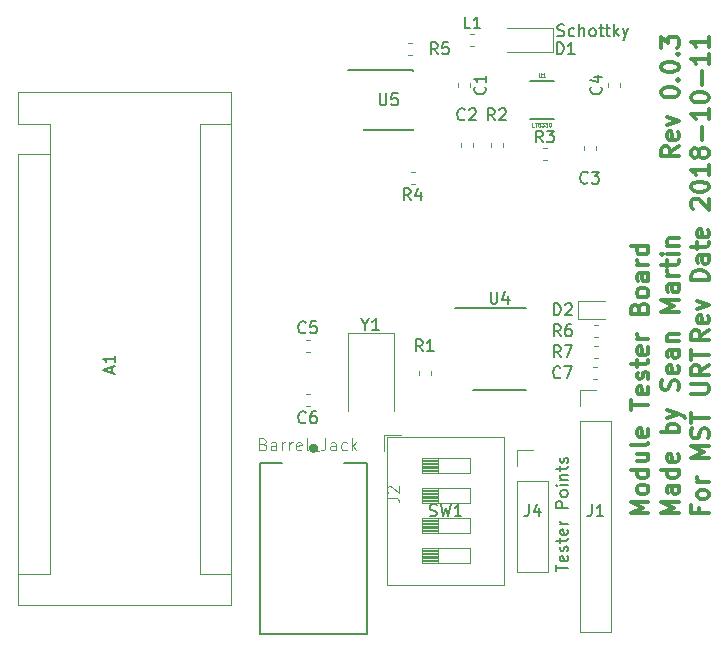
<source format=gbr>
G04 #@! TF.GenerationSoftware,KiCad,Pcbnew,(5.0.0)*
G04 #@! TF.CreationDate,2018-10-14T14:09:40-05:00*
G04 #@! TF.ProjectId,module-tester-board,6D6F64756C652D7465737465722D626F,rev?*
G04 #@! TF.SameCoordinates,Original*
G04 #@! TF.FileFunction,Legend,Top*
G04 #@! TF.FilePolarity,Positive*
%FSLAX46Y46*%
G04 Gerber Fmt 4.6, Leading zero omitted, Abs format (unit mm)*
G04 Created by KiCad (PCBNEW (5.0.0)) date 10/14/18 14:09:40*
%MOMM*%
%LPD*%
G01*
G04 APERTURE LIST*
%ADD10C,0.300000*%
%ADD11C,0.120000*%
%ADD12C,0.127000*%
%ADD13C,0.400000*%
%ADD14C,0.152400*%
%ADD15C,0.150000*%
%ADD16C,0.050000*%
G04 APERTURE END LIST*
D10*
X182537571Y-78092428D02*
X181823285Y-78592428D01*
X182537571Y-78949571D02*
X181037571Y-78949571D01*
X181037571Y-78378142D01*
X181109000Y-78235285D01*
X181180428Y-78163857D01*
X181323285Y-78092428D01*
X181537571Y-78092428D01*
X181680428Y-78163857D01*
X181751857Y-78235285D01*
X181823285Y-78378142D01*
X181823285Y-78949571D01*
X182466142Y-76878142D02*
X182537571Y-77021000D01*
X182537571Y-77306714D01*
X182466142Y-77449571D01*
X182323285Y-77521000D01*
X181751857Y-77521000D01*
X181609000Y-77449571D01*
X181537571Y-77306714D01*
X181537571Y-77021000D01*
X181609000Y-76878142D01*
X181751857Y-76806714D01*
X181894714Y-76806714D01*
X182037571Y-77521000D01*
X181537571Y-76306714D02*
X182537571Y-75949571D01*
X181537571Y-75592428D01*
X181037571Y-73592428D02*
X181037571Y-73449571D01*
X181109000Y-73306714D01*
X181180428Y-73235285D01*
X181323285Y-73163857D01*
X181609000Y-73092428D01*
X181966142Y-73092428D01*
X182251857Y-73163857D01*
X182394714Y-73235285D01*
X182466142Y-73306714D01*
X182537571Y-73449571D01*
X182537571Y-73592428D01*
X182466142Y-73735285D01*
X182394714Y-73806714D01*
X182251857Y-73878142D01*
X181966142Y-73949571D01*
X181609000Y-73949571D01*
X181323285Y-73878142D01*
X181180428Y-73806714D01*
X181109000Y-73735285D01*
X181037571Y-73592428D01*
X182394714Y-72449571D02*
X182466142Y-72378142D01*
X182537571Y-72449571D01*
X182466142Y-72521000D01*
X182394714Y-72449571D01*
X182537571Y-72449571D01*
X181037571Y-71449571D02*
X181037571Y-71306714D01*
X181109000Y-71163857D01*
X181180428Y-71092428D01*
X181323285Y-71021000D01*
X181609000Y-70949571D01*
X181966142Y-70949571D01*
X182251857Y-71021000D01*
X182394714Y-71092428D01*
X182466142Y-71163857D01*
X182537571Y-71306714D01*
X182537571Y-71449571D01*
X182466142Y-71592428D01*
X182394714Y-71663857D01*
X182251857Y-71735285D01*
X181966142Y-71806714D01*
X181609000Y-71806714D01*
X181323285Y-71735285D01*
X181180428Y-71663857D01*
X181109000Y-71592428D01*
X181037571Y-71449571D01*
X182394714Y-70306714D02*
X182466142Y-70235285D01*
X182537571Y-70306714D01*
X182466142Y-70378142D01*
X182394714Y-70306714D01*
X182537571Y-70306714D01*
X181037571Y-69735285D02*
X181037571Y-68806714D01*
X181609000Y-69306714D01*
X181609000Y-69092428D01*
X181680428Y-68949571D01*
X181751857Y-68878142D01*
X181894714Y-68806714D01*
X182251857Y-68806714D01*
X182394714Y-68878142D01*
X182466142Y-68949571D01*
X182537571Y-69092428D01*
X182537571Y-69521000D01*
X182466142Y-69663857D01*
X182394714Y-69735285D01*
X185087571Y-93663857D02*
X184373285Y-94163857D01*
X185087571Y-94521000D02*
X183587571Y-94521000D01*
X183587571Y-93949571D01*
X183659000Y-93806714D01*
X183730428Y-93735285D01*
X183873285Y-93663857D01*
X184087571Y-93663857D01*
X184230428Y-93735285D01*
X184301857Y-93806714D01*
X184373285Y-93949571D01*
X184373285Y-94521000D01*
X185016142Y-92449571D02*
X185087571Y-92592428D01*
X185087571Y-92878142D01*
X185016142Y-93021000D01*
X184873285Y-93092428D01*
X184301857Y-93092428D01*
X184159000Y-93021000D01*
X184087571Y-92878142D01*
X184087571Y-92592428D01*
X184159000Y-92449571D01*
X184301857Y-92378142D01*
X184444714Y-92378142D01*
X184587571Y-93092428D01*
X184087571Y-91878142D02*
X185087571Y-91521000D01*
X184087571Y-91163857D01*
X185087571Y-89449571D02*
X183587571Y-89449571D01*
X183587571Y-89092428D01*
X183659000Y-88878142D01*
X183801857Y-88735285D01*
X183944714Y-88663857D01*
X184230428Y-88592428D01*
X184444714Y-88592428D01*
X184730428Y-88663857D01*
X184873285Y-88735285D01*
X185016142Y-88878142D01*
X185087571Y-89092428D01*
X185087571Y-89449571D01*
X185087571Y-87306714D02*
X184301857Y-87306714D01*
X184159000Y-87378142D01*
X184087571Y-87521000D01*
X184087571Y-87806714D01*
X184159000Y-87949571D01*
X185016142Y-87306714D02*
X185087571Y-87449571D01*
X185087571Y-87806714D01*
X185016142Y-87949571D01*
X184873285Y-88021000D01*
X184730428Y-88021000D01*
X184587571Y-87949571D01*
X184516142Y-87806714D01*
X184516142Y-87449571D01*
X184444714Y-87306714D01*
X184087571Y-86806714D02*
X184087571Y-86235285D01*
X183587571Y-86592428D02*
X184873285Y-86592428D01*
X185016142Y-86521000D01*
X185087571Y-86378142D01*
X185087571Y-86235285D01*
X185016142Y-85163857D02*
X185087571Y-85306714D01*
X185087571Y-85592428D01*
X185016142Y-85735285D01*
X184873285Y-85806714D01*
X184301857Y-85806714D01*
X184159000Y-85735285D01*
X184087571Y-85592428D01*
X184087571Y-85306714D01*
X184159000Y-85163857D01*
X184301857Y-85092428D01*
X184444714Y-85092428D01*
X184587571Y-85806714D01*
X183730428Y-83378142D02*
X183659000Y-83306714D01*
X183587571Y-83163857D01*
X183587571Y-82806714D01*
X183659000Y-82663857D01*
X183730428Y-82592428D01*
X183873285Y-82521000D01*
X184016142Y-82521000D01*
X184230428Y-82592428D01*
X185087571Y-83449571D01*
X185087571Y-82521000D01*
X183587571Y-81592428D02*
X183587571Y-81449571D01*
X183659000Y-81306714D01*
X183730428Y-81235285D01*
X183873285Y-81163857D01*
X184159000Y-81092428D01*
X184516142Y-81092428D01*
X184801857Y-81163857D01*
X184944714Y-81235285D01*
X185016142Y-81306714D01*
X185087571Y-81449571D01*
X185087571Y-81592428D01*
X185016142Y-81735285D01*
X184944714Y-81806714D01*
X184801857Y-81878142D01*
X184516142Y-81949571D01*
X184159000Y-81949571D01*
X183873285Y-81878142D01*
X183730428Y-81806714D01*
X183659000Y-81735285D01*
X183587571Y-81592428D01*
X185087571Y-79663857D02*
X185087571Y-80521000D01*
X185087571Y-80092428D02*
X183587571Y-80092428D01*
X183801857Y-80235285D01*
X183944714Y-80378142D01*
X184016142Y-80521000D01*
X184230428Y-78806714D02*
X184159000Y-78949571D01*
X184087571Y-79021000D01*
X183944714Y-79092428D01*
X183873285Y-79092428D01*
X183730428Y-79021000D01*
X183659000Y-78949571D01*
X183587571Y-78806714D01*
X183587571Y-78521000D01*
X183659000Y-78378142D01*
X183730428Y-78306714D01*
X183873285Y-78235285D01*
X183944714Y-78235285D01*
X184087571Y-78306714D01*
X184159000Y-78378142D01*
X184230428Y-78521000D01*
X184230428Y-78806714D01*
X184301857Y-78949571D01*
X184373285Y-79021000D01*
X184516142Y-79092428D01*
X184801857Y-79092428D01*
X184944714Y-79021000D01*
X185016142Y-78949571D01*
X185087571Y-78806714D01*
X185087571Y-78521000D01*
X185016142Y-78378142D01*
X184944714Y-78306714D01*
X184801857Y-78235285D01*
X184516142Y-78235285D01*
X184373285Y-78306714D01*
X184301857Y-78378142D01*
X184230428Y-78521000D01*
X184516142Y-77592428D02*
X184516142Y-76449571D01*
X185087571Y-74949571D02*
X185087571Y-75806714D01*
X185087571Y-75378142D02*
X183587571Y-75378142D01*
X183801857Y-75521000D01*
X183944714Y-75663857D01*
X184016142Y-75806714D01*
X183587571Y-74021000D02*
X183587571Y-73878142D01*
X183659000Y-73735285D01*
X183730428Y-73663857D01*
X183873285Y-73592428D01*
X184159000Y-73521000D01*
X184516142Y-73521000D01*
X184801857Y-73592428D01*
X184944714Y-73663857D01*
X185016142Y-73735285D01*
X185087571Y-73878142D01*
X185087571Y-74021000D01*
X185016142Y-74163857D01*
X184944714Y-74235285D01*
X184801857Y-74306714D01*
X184516142Y-74378142D01*
X184159000Y-74378142D01*
X183873285Y-74306714D01*
X183730428Y-74235285D01*
X183659000Y-74163857D01*
X183587571Y-74021000D01*
X184516142Y-72878142D02*
X184516142Y-71735285D01*
X185087571Y-70235285D02*
X185087571Y-71092428D01*
X185087571Y-70663857D02*
X183587571Y-70663857D01*
X183801857Y-70806714D01*
X183944714Y-70949571D01*
X184016142Y-71092428D01*
X185087571Y-68806714D02*
X185087571Y-69663857D01*
X185087571Y-69235285D02*
X183587571Y-69235285D01*
X183801857Y-69378142D01*
X183944714Y-69521000D01*
X184016142Y-69663857D01*
X179992571Y-109175857D02*
X178492571Y-109175857D01*
X179564000Y-108675857D01*
X178492571Y-108175857D01*
X179992571Y-108175857D01*
X179992571Y-107247285D02*
X179921142Y-107390142D01*
X179849714Y-107461571D01*
X179706857Y-107533000D01*
X179278285Y-107533000D01*
X179135428Y-107461571D01*
X179064000Y-107390142D01*
X178992571Y-107247285D01*
X178992571Y-107033000D01*
X179064000Y-106890142D01*
X179135428Y-106818714D01*
X179278285Y-106747285D01*
X179706857Y-106747285D01*
X179849714Y-106818714D01*
X179921142Y-106890142D01*
X179992571Y-107033000D01*
X179992571Y-107247285D01*
X179992571Y-105461571D02*
X178492571Y-105461571D01*
X179921142Y-105461571D02*
X179992571Y-105604428D01*
X179992571Y-105890142D01*
X179921142Y-106033000D01*
X179849714Y-106104428D01*
X179706857Y-106175857D01*
X179278285Y-106175857D01*
X179135428Y-106104428D01*
X179064000Y-106033000D01*
X178992571Y-105890142D01*
X178992571Y-105604428D01*
X179064000Y-105461571D01*
X178992571Y-104104428D02*
X179992571Y-104104428D01*
X178992571Y-104747285D02*
X179778285Y-104747285D01*
X179921142Y-104675857D01*
X179992571Y-104533000D01*
X179992571Y-104318714D01*
X179921142Y-104175857D01*
X179849714Y-104104428D01*
X179992571Y-103175857D02*
X179921142Y-103318714D01*
X179778285Y-103390142D01*
X178492571Y-103390142D01*
X179921142Y-102033000D02*
X179992571Y-102175857D01*
X179992571Y-102461571D01*
X179921142Y-102604428D01*
X179778285Y-102675857D01*
X179206857Y-102675857D01*
X179064000Y-102604428D01*
X178992571Y-102461571D01*
X178992571Y-102175857D01*
X179064000Y-102033000D01*
X179206857Y-101961571D01*
X179349714Y-101961571D01*
X179492571Y-102675857D01*
X178492571Y-100390142D02*
X178492571Y-99533000D01*
X179992571Y-99961571D02*
X178492571Y-99961571D01*
X179921142Y-98461571D02*
X179992571Y-98604428D01*
X179992571Y-98890142D01*
X179921142Y-99033000D01*
X179778285Y-99104428D01*
X179206857Y-99104428D01*
X179064000Y-99033000D01*
X178992571Y-98890142D01*
X178992571Y-98604428D01*
X179064000Y-98461571D01*
X179206857Y-98390142D01*
X179349714Y-98390142D01*
X179492571Y-99104428D01*
X179921142Y-97818714D02*
X179992571Y-97675857D01*
X179992571Y-97390142D01*
X179921142Y-97247285D01*
X179778285Y-97175857D01*
X179706857Y-97175857D01*
X179564000Y-97247285D01*
X179492571Y-97390142D01*
X179492571Y-97604428D01*
X179421142Y-97747285D01*
X179278285Y-97818714D01*
X179206857Y-97818714D01*
X179064000Y-97747285D01*
X178992571Y-97604428D01*
X178992571Y-97390142D01*
X179064000Y-97247285D01*
X178992571Y-96747285D02*
X178992571Y-96175857D01*
X178492571Y-96533000D02*
X179778285Y-96533000D01*
X179921142Y-96461571D01*
X179992571Y-96318714D01*
X179992571Y-96175857D01*
X179921142Y-95104428D02*
X179992571Y-95247285D01*
X179992571Y-95533000D01*
X179921142Y-95675857D01*
X179778285Y-95747285D01*
X179206857Y-95747285D01*
X179064000Y-95675857D01*
X178992571Y-95533000D01*
X178992571Y-95247285D01*
X179064000Y-95104428D01*
X179206857Y-95033000D01*
X179349714Y-95033000D01*
X179492571Y-95747285D01*
X179992571Y-94390142D02*
X178992571Y-94390142D01*
X179278285Y-94390142D02*
X179135428Y-94318714D01*
X179064000Y-94247285D01*
X178992571Y-94104428D01*
X178992571Y-93961571D01*
X179206857Y-91818714D02*
X179278285Y-91604428D01*
X179349714Y-91533000D01*
X179492571Y-91461571D01*
X179706857Y-91461571D01*
X179849714Y-91533000D01*
X179921142Y-91604428D01*
X179992571Y-91747285D01*
X179992571Y-92318714D01*
X178492571Y-92318714D01*
X178492571Y-91818714D01*
X178564000Y-91675857D01*
X178635428Y-91604428D01*
X178778285Y-91533000D01*
X178921142Y-91533000D01*
X179064000Y-91604428D01*
X179135428Y-91675857D01*
X179206857Y-91818714D01*
X179206857Y-92318714D01*
X179992571Y-90604428D02*
X179921142Y-90747285D01*
X179849714Y-90818714D01*
X179706857Y-90890142D01*
X179278285Y-90890142D01*
X179135428Y-90818714D01*
X179064000Y-90747285D01*
X178992571Y-90604428D01*
X178992571Y-90390142D01*
X179064000Y-90247285D01*
X179135428Y-90175857D01*
X179278285Y-90104428D01*
X179706857Y-90104428D01*
X179849714Y-90175857D01*
X179921142Y-90247285D01*
X179992571Y-90390142D01*
X179992571Y-90604428D01*
X179992571Y-88818714D02*
X179206857Y-88818714D01*
X179064000Y-88890142D01*
X178992571Y-89033000D01*
X178992571Y-89318714D01*
X179064000Y-89461571D01*
X179921142Y-88818714D02*
X179992571Y-88961571D01*
X179992571Y-89318714D01*
X179921142Y-89461571D01*
X179778285Y-89533000D01*
X179635428Y-89533000D01*
X179492571Y-89461571D01*
X179421142Y-89318714D01*
X179421142Y-88961571D01*
X179349714Y-88818714D01*
X179992571Y-88104428D02*
X178992571Y-88104428D01*
X179278285Y-88104428D02*
X179135428Y-88033000D01*
X179064000Y-87961571D01*
X178992571Y-87818714D01*
X178992571Y-87675857D01*
X179992571Y-86533000D02*
X178492571Y-86533000D01*
X179921142Y-86533000D02*
X179992571Y-86675857D01*
X179992571Y-86961571D01*
X179921142Y-87104428D01*
X179849714Y-87175857D01*
X179706857Y-87247285D01*
X179278285Y-87247285D01*
X179135428Y-87175857D01*
X179064000Y-87104428D01*
X178992571Y-86961571D01*
X178992571Y-86675857D01*
X179064000Y-86533000D01*
X182542571Y-109175857D02*
X181042571Y-109175857D01*
X182114000Y-108675857D01*
X181042571Y-108175857D01*
X182542571Y-108175857D01*
X182542571Y-106818714D02*
X181756857Y-106818714D01*
X181614000Y-106890142D01*
X181542571Y-107033000D01*
X181542571Y-107318714D01*
X181614000Y-107461571D01*
X182471142Y-106818714D02*
X182542571Y-106961571D01*
X182542571Y-107318714D01*
X182471142Y-107461571D01*
X182328285Y-107533000D01*
X182185428Y-107533000D01*
X182042571Y-107461571D01*
X181971142Y-107318714D01*
X181971142Y-106961571D01*
X181899714Y-106818714D01*
X182542571Y-105461571D02*
X181042571Y-105461571D01*
X182471142Y-105461571D02*
X182542571Y-105604428D01*
X182542571Y-105890142D01*
X182471142Y-106033000D01*
X182399714Y-106104428D01*
X182256857Y-106175857D01*
X181828285Y-106175857D01*
X181685428Y-106104428D01*
X181614000Y-106033000D01*
X181542571Y-105890142D01*
X181542571Y-105604428D01*
X181614000Y-105461571D01*
X182471142Y-104175857D02*
X182542571Y-104318714D01*
X182542571Y-104604428D01*
X182471142Y-104747285D01*
X182328285Y-104818714D01*
X181756857Y-104818714D01*
X181614000Y-104747285D01*
X181542571Y-104604428D01*
X181542571Y-104318714D01*
X181614000Y-104175857D01*
X181756857Y-104104428D01*
X181899714Y-104104428D01*
X182042571Y-104818714D01*
X182542571Y-102318714D02*
X181042571Y-102318714D01*
X181614000Y-102318714D02*
X181542571Y-102175857D01*
X181542571Y-101890142D01*
X181614000Y-101747285D01*
X181685428Y-101675857D01*
X181828285Y-101604428D01*
X182256857Y-101604428D01*
X182399714Y-101675857D01*
X182471142Y-101747285D01*
X182542571Y-101890142D01*
X182542571Y-102175857D01*
X182471142Y-102318714D01*
X181542571Y-101104428D02*
X182542571Y-100747285D01*
X181542571Y-100390142D02*
X182542571Y-100747285D01*
X182899714Y-100890142D01*
X182971142Y-100961571D01*
X183042571Y-101104428D01*
X182471142Y-98747285D02*
X182542571Y-98533000D01*
X182542571Y-98175857D01*
X182471142Y-98033000D01*
X182399714Y-97961571D01*
X182256857Y-97890142D01*
X182114000Y-97890142D01*
X181971142Y-97961571D01*
X181899714Y-98033000D01*
X181828285Y-98175857D01*
X181756857Y-98461571D01*
X181685428Y-98604428D01*
X181614000Y-98675857D01*
X181471142Y-98747285D01*
X181328285Y-98747285D01*
X181185428Y-98675857D01*
X181114000Y-98604428D01*
X181042571Y-98461571D01*
X181042571Y-98104428D01*
X181114000Y-97890142D01*
X182471142Y-96675857D02*
X182542571Y-96818714D01*
X182542571Y-97104428D01*
X182471142Y-97247285D01*
X182328285Y-97318714D01*
X181756857Y-97318714D01*
X181614000Y-97247285D01*
X181542571Y-97104428D01*
X181542571Y-96818714D01*
X181614000Y-96675857D01*
X181756857Y-96604428D01*
X181899714Y-96604428D01*
X182042571Y-97318714D01*
X182542571Y-95318714D02*
X181756857Y-95318714D01*
X181614000Y-95390142D01*
X181542571Y-95533000D01*
X181542571Y-95818714D01*
X181614000Y-95961571D01*
X182471142Y-95318714D02*
X182542571Y-95461571D01*
X182542571Y-95818714D01*
X182471142Y-95961571D01*
X182328285Y-96033000D01*
X182185428Y-96033000D01*
X182042571Y-95961571D01*
X181971142Y-95818714D01*
X181971142Y-95461571D01*
X181899714Y-95318714D01*
X181542571Y-94604428D02*
X182542571Y-94604428D01*
X181685428Y-94604428D02*
X181614000Y-94533000D01*
X181542571Y-94390142D01*
X181542571Y-94175857D01*
X181614000Y-94033000D01*
X181756857Y-93961571D01*
X182542571Y-93961571D01*
X182542571Y-92104428D02*
X181042571Y-92104428D01*
X182114000Y-91604428D01*
X181042571Y-91104428D01*
X182542571Y-91104428D01*
X182542571Y-89747285D02*
X181756857Y-89747285D01*
X181614000Y-89818714D01*
X181542571Y-89961571D01*
X181542571Y-90247285D01*
X181614000Y-90390142D01*
X182471142Y-89747285D02*
X182542571Y-89890142D01*
X182542571Y-90247285D01*
X182471142Y-90390142D01*
X182328285Y-90461571D01*
X182185428Y-90461571D01*
X182042571Y-90390142D01*
X181971142Y-90247285D01*
X181971142Y-89890142D01*
X181899714Y-89747285D01*
X182542571Y-89033000D02*
X181542571Y-89033000D01*
X181828285Y-89033000D02*
X181685428Y-88961571D01*
X181614000Y-88890142D01*
X181542571Y-88747285D01*
X181542571Y-88604428D01*
X181542571Y-88318714D02*
X181542571Y-87747285D01*
X181042571Y-88104428D02*
X182328285Y-88104428D01*
X182471142Y-88033000D01*
X182542571Y-87890142D01*
X182542571Y-87747285D01*
X182542571Y-87247285D02*
X181542571Y-87247285D01*
X181042571Y-87247285D02*
X181114000Y-87318714D01*
X181185428Y-87247285D01*
X181114000Y-87175857D01*
X181042571Y-87247285D01*
X181185428Y-87247285D01*
X181542571Y-86533000D02*
X182542571Y-86533000D01*
X181685428Y-86533000D02*
X181614000Y-86461571D01*
X181542571Y-86318714D01*
X181542571Y-86104428D01*
X181614000Y-85961571D01*
X181756857Y-85890142D01*
X182542571Y-85890142D01*
X184306857Y-108675857D02*
X184306857Y-109175857D01*
X185092571Y-109175857D02*
X183592571Y-109175857D01*
X183592571Y-108461571D01*
X185092571Y-107675857D02*
X185021142Y-107818714D01*
X184949714Y-107890142D01*
X184806857Y-107961571D01*
X184378285Y-107961571D01*
X184235428Y-107890142D01*
X184164000Y-107818714D01*
X184092571Y-107675857D01*
X184092571Y-107461571D01*
X184164000Y-107318714D01*
X184235428Y-107247285D01*
X184378285Y-107175857D01*
X184806857Y-107175857D01*
X184949714Y-107247285D01*
X185021142Y-107318714D01*
X185092571Y-107461571D01*
X185092571Y-107675857D01*
X185092571Y-106533000D02*
X184092571Y-106533000D01*
X184378285Y-106533000D02*
X184235428Y-106461571D01*
X184164000Y-106390142D01*
X184092571Y-106247285D01*
X184092571Y-106104428D01*
X185092571Y-104461571D02*
X183592571Y-104461571D01*
X184664000Y-103961571D01*
X183592571Y-103461571D01*
X185092571Y-103461571D01*
X185021142Y-102818714D02*
X185092571Y-102604428D01*
X185092571Y-102247285D01*
X185021142Y-102104428D01*
X184949714Y-102033000D01*
X184806857Y-101961571D01*
X184664000Y-101961571D01*
X184521142Y-102033000D01*
X184449714Y-102104428D01*
X184378285Y-102247285D01*
X184306857Y-102533000D01*
X184235428Y-102675857D01*
X184164000Y-102747285D01*
X184021142Y-102818714D01*
X183878285Y-102818714D01*
X183735428Y-102747285D01*
X183664000Y-102675857D01*
X183592571Y-102533000D01*
X183592571Y-102175857D01*
X183664000Y-101961571D01*
X183592571Y-101533000D02*
X183592571Y-100675857D01*
X185092571Y-101104428D02*
X183592571Y-101104428D01*
X183592571Y-99033000D02*
X184806857Y-99033000D01*
X184949714Y-98961571D01*
X185021142Y-98890142D01*
X185092571Y-98747285D01*
X185092571Y-98461571D01*
X185021142Y-98318714D01*
X184949714Y-98247285D01*
X184806857Y-98175857D01*
X183592571Y-98175857D01*
X185092571Y-96604428D02*
X184378285Y-97104428D01*
X185092571Y-97461571D02*
X183592571Y-97461571D01*
X183592571Y-96890142D01*
X183664000Y-96747285D01*
X183735428Y-96675857D01*
X183878285Y-96604428D01*
X184092571Y-96604428D01*
X184235428Y-96675857D01*
X184306857Y-96747285D01*
X184378285Y-96890142D01*
X184378285Y-97461571D01*
X183592571Y-96175857D02*
X183592571Y-95318714D01*
X185092571Y-95747285D02*
X183592571Y-95747285D01*
D11*
G04 #@! TO.C,A1*
X129286000Y-78740000D02*
X129286000Y-76200000D01*
X129286000Y-76200000D02*
X126616000Y-76200000D01*
X126616000Y-78740000D02*
X126616000Y-116970000D01*
X126616000Y-73530000D02*
X126616000Y-76200000D01*
X141986000Y-76200000D02*
X144656000Y-76200000D01*
X141986000Y-76200000D02*
X141986000Y-114300000D01*
X141986000Y-114300000D02*
X144656000Y-114300000D01*
X129286000Y-78740000D02*
X126616000Y-78740000D01*
X129286000Y-78740000D02*
X129286000Y-114300000D01*
X129286000Y-114300000D02*
X126616000Y-114300000D01*
X126616000Y-116970000D02*
X144656000Y-116970000D01*
X144656000Y-116970000D02*
X144656000Y-73530000D01*
X144656000Y-73530000D02*
X126616000Y-73530000D01*
G04 #@! TO.C,C1*
X164848000Y-72735221D02*
X164848000Y-73060779D01*
X163828000Y-72735221D02*
X163828000Y-73060779D01*
G04 #@! TO.C,C2*
X165102000Y-78140779D02*
X165102000Y-77815221D01*
X164082000Y-78140779D02*
X164082000Y-77815221D01*
G04 #@! TO.C,C3*
X175516000Y-78094721D02*
X175516000Y-78420279D01*
X174496000Y-78094721D02*
X174496000Y-78420279D01*
G04 #@! TO.C,C4*
X177548000Y-73060779D02*
X177548000Y-72735221D01*
X176528000Y-73060779D02*
X176528000Y-72735221D01*
G04 #@! TO.C,C5*
X151292779Y-95506000D02*
X150967221Y-95506000D01*
X151292779Y-94486000D02*
X150967221Y-94486000D01*
G04 #@! TO.C,C6*
X150967221Y-99058000D02*
X151292779Y-99058000D01*
X150967221Y-100078000D02*
X151292779Y-100078000D01*
G04 #@! TO.C,C7*
X175651279Y-96772000D02*
X175325721Y-96772000D01*
X175651279Y-97792000D02*
X175325721Y-97792000D01*
G04 #@! TO.C,D1*
X171872000Y-70088000D02*
X171872000Y-68088000D01*
X171872000Y-68088000D02*
X168022000Y-68088000D01*
X171872000Y-70088000D02*
X168022000Y-70088000D01*
G04 #@! TO.C,D2*
X176314000Y-91213000D02*
X174029000Y-91213000D01*
X174029000Y-91213000D02*
X174029000Y-92683000D01*
X174029000Y-92683000D02*
X176314000Y-92683000D01*
G04 #@! TO.C,J1*
X174184000Y-119186000D02*
X176844000Y-119186000D01*
X174184000Y-101346000D02*
X174184000Y-119186000D01*
X176844000Y-101346000D02*
X176844000Y-119186000D01*
X174184000Y-101346000D02*
X176844000Y-101346000D01*
X174184000Y-100076000D02*
X174184000Y-98746000D01*
X174184000Y-98746000D02*
X175514000Y-98746000D01*
D12*
G04 #@! TO.C,J2*
X156138000Y-119364000D02*
X147138000Y-119364000D01*
X147138000Y-119364000D02*
X147138000Y-104864000D01*
X147138000Y-104864000D02*
X148988000Y-104864000D01*
X156138000Y-104864000D02*
X156138000Y-119364000D01*
X154188000Y-104864000D02*
X156138000Y-104864000D01*
D13*
X151838000Y-103664000D02*
G75*
G03X151838000Y-103664000I-200000J0D01*
G01*
D11*
G04 #@! TO.C,J4*
X168850000Y-114106000D02*
X171510000Y-114106000D01*
X168850000Y-106426000D02*
X168850000Y-114106000D01*
X171510000Y-106426000D02*
X171510000Y-114106000D01*
X168850000Y-106426000D02*
X171510000Y-106426000D01*
X168850000Y-105156000D02*
X168850000Y-103826000D01*
X168850000Y-103826000D02*
X170180000Y-103826000D01*
G04 #@! TO.C,L1*
X164911721Y-68578000D02*
X165237279Y-68578000D01*
X164911721Y-69598000D02*
X165237279Y-69598000D01*
G04 #@! TO.C,R1*
X160526000Y-97444779D02*
X160526000Y-97119221D01*
X161546000Y-97444779D02*
X161546000Y-97119221D01*
G04 #@! TO.C,R2*
X167642000Y-78140779D02*
X167642000Y-77815221D01*
X166622000Y-78140779D02*
X166622000Y-77815221D01*
G04 #@! TO.C,R3*
X171033221Y-78230000D02*
X171358779Y-78230000D01*
X171033221Y-79250000D02*
X171358779Y-79250000D01*
G04 #@! TO.C,R4*
X160182779Y-80262000D02*
X159857221Y-80262000D01*
X160182779Y-81282000D02*
X159857221Y-81282000D01*
G04 #@! TO.C,R5*
X159928779Y-70360000D02*
X159603221Y-70360000D01*
X159928779Y-69340000D02*
X159603221Y-69340000D01*
G04 #@! TO.C,R6*
X175351221Y-94236000D02*
X175676779Y-94236000D01*
X175351221Y-93216000D02*
X175676779Y-93216000D01*
G04 #@! TO.C,R7*
X175351221Y-94994000D02*
X175676779Y-94994000D01*
X175351221Y-96014000D02*
X175676779Y-96014000D01*
D14*
G04 #@! TO.C,U1*
X169926000Y-75742800D02*
X171958000Y-75742800D01*
X171958000Y-72593200D02*
X169926000Y-72593200D01*
D15*
G04 #@! TO.C,U4*
X165161000Y-98700000D02*
X169611000Y-98700000D01*
X163636000Y-91800000D02*
X169611000Y-91800000D01*
G04 #@! TO.C,U5*
X155913000Y-71593000D02*
X155913000Y-71643000D01*
X160063000Y-71593000D02*
X160063000Y-71738000D01*
X160063000Y-76743000D02*
X160063000Y-76598000D01*
X155913000Y-76743000D02*
X155913000Y-76598000D01*
X155913000Y-71593000D02*
X160063000Y-71593000D01*
X155913000Y-76743000D02*
X160063000Y-76743000D01*
X155913000Y-71643000D02*
X154513000Y-71643000D01*
D11*
G04 #@! TO.C,Y1*
X158414000Y-100482000D02*
X158414000Y-93932000D01*
X158414000Y-93932000D02*
X154514000Y-93932000D01*
X154514000Y-93932000D02*
X154514000Y-100482000D01*
G04 #@! TO.C,SW1*
X157864000Y-102736000D02*
X167764000Y-102736000D01*
X157864000Y-115196000D02*
X167764000Y-115196000D01*
X157864000Y-102736000D02*
X157864000Y-115196000D01*
X167764000Y-102736000D02*
X167764000Y-115196000D01*
X157624000Y-102496000D02*
X159008000Y-102496000D01*
X157624000Y-102496000D02*
X157624000Y-103879000D01*
X160784000Y-104521000D02*
X160784000Y-105791000D01*
X160784000Y-105791000D02*
X164844000Y-105791000D01*
X164844000Y-105791000D02*
X164844000Y-104521000D01*
X164844000Y-104521000D02*
X160784000Y-104521000D01*
X160784000Y-104641000D02*
X162137333Y-104641000D01*
X160784000Y-104761000D02*
X162137333Y-104761000D01*
X160784000Y-104881000D02*
X162137333Y-104881000D01*
X160784000Y-105001000D02*
X162137333Y-105001000D01*
X160784000Y-105121000D02*
X162137333Y-105121000D01*
X160784000Y-105241000D02*
X162137333Y-105241000D01*
X160784000Y-105361000D02*
X162137333Y-105361000D01*
X160784000Y-105481000D02*
X162137333Y-105481000D01*
X160784000Y-105601000D02*
X162137333Y-105601000D01*
X160784000Y-105721000D02*
X162137333Y-105721000D01*
X162137333Y-104521000D02*
X162137333Y-105791000D01*
X160784000Y-107061000D02*
X160784000Y-108331000D01*
X160784000Y-108331000D02*
X164844000Y-108331000D01*
X164844000Y-108331000D02*
X164844000Y-107061000D01*
X164844000Y-107061000D02*
X160784000Y-107061000D01*
X160784000Y-107181000D02*
X162137333Y-107181000D01*
X160784000Y-107301000D02*
X162137333Y-107301000D01*
X160784000Y-107421000D02*
X162137333Y-107421000D01*
X160784000Y-107541000D02*
X162137333Y-107541000D01*
X160784000Y-107661000D02*
X162137333Y-107661000D01*
X160784000Y-107781000D02*
X162137333Y-107781000D01*
X160784000Y-107901000D02*
X162137333Y-107901000D01*
X160784000Y-108021000D02*
X162137333Y-108021000D01*
X160784000Y-108141000D02*
X162137333Y-108141000D01*
X160784000Y-108261000D02*
X162137333Y-108261000D01*
X162137333Y-107061000D02*
X162137333Y-108331000D01*
X160784000Y-109601000D02*
X160784000Y-110871000D01*
X160784000Y-110871000D02*
X164844000Y-110871000D01*
X164844000Y-110871000D02*
X164844000Y-109601000D01*
X164844000Y-109601000D02*
X160784000Y-109601000D01*
X160784000Y-109721000D02*
X162137333Y-109721000D01*
X160784000Y-109841000D02*
X162137333Y-109841000D01*
X160784000Y-109961000D02*
X162137333Y-109961000D01*
X160784000Y-110081000D02*
X162137333Y-110081000D01*
X160784000Y-110201000D02*
X162137333Y-110201000D01*
X160784000Y-110321000D02*
X162137333Y-110321000D01*
X160784000Y-110441000D02*
X162137333Y-110441000D01*
X160784000Y-110561000D02*
X162137333Y-110561000D01*
X160784000Y-110681000D02*
X162137333Y-110681000D01*
X160784000Y-110801000D02*
X162137333Y-110801000D01*
X162137333Y-109601000D02*
X162137333Y-110871000D01*
X160784000Y-112141000D02*
X160784000Y-113411000D01*
X160784000Y-113411000D02*
X164844000Y-113411000D01*
X164844000Y-113411000D02*
X164844000Y-112141000D01*
X164844000Y-112141000D02*
X160784000Y-112141000D01*
X160784000Y-112261000D02*
X162137333Y-112261000D01*
X160784000Y-112381000D02*
X162137333Y-112381000D01*
X160784000Y-112501000D02*
X162137333Y-112501000D01*
X160784000Y-112621000D02*
X162137333Y-112621000D01*
X160784000Y-112741000D02*
X162137333Y-112741000D01*
X160784000Y-112861000D02*
X162137333Y-112861000D01*
X160784000Y-112981000D02*
X162137333Y-112981000D01*
X160784000Y-113101000D02*
X162137333Y-113101000D01*
X160784000Y-113221000D02*
X162137333Y-113221000D01*
X160784000Y-113341000D02*
X162137333Y-113341000D01*
X162137333Y-112141000D02*
X162137333Y-113411000D01*
G04 #@! TO.C,*
D15*
G04 #@! TO.C,A1*
X134532666Y-97234285D02*
X134532666Y-96758095D01*
X134818380Y-97329523D02*
X133818380Y-96996190D01*
X134818380Y-96662857D01*
X134818380Y-95805714D02*
X134818380Y-96377142D01*
X134818380Y-96091428D02*
X133818380Y-96091428D01*
X133961238Y-96186666D01*
X134056476Y-96281904D01*
X134104095Y-96377142D01*
G04 #@! TO.C,C1*
X166125142Y-73064666D02*
X166172761Y-73112285D01*
X166220380Y-73255142D01*
X166220380Y-73350380D01*
X166172761Y-73493238D01*
X166077523Y-73588476D01*
X165982285Y-73636095D01*
X165791809Y-73683714D01*
X165648952Y-73683714D01*
X165458476Y-73636095D01*
X165363238Y-73588476D01*
X165268000Y-73493238D01*
X165220380Y-73350380D01*
X165220380Y-73255142D01*
X165268000Y-73112285D01*
X165315619Y-73064666D01*
X166220380Y-72112285D02*
X166220380Y-72683714D01*
X166220380Y-72398000D02*
X165220380Y-72398000D01*
X165363238Y-72493238D01*
X165458476Y-72588476D01*
X165506095Y-72683714D01*
G04 #@! TO.C,C2*
X164425333Y-75795142D02*
X164377714Y-75842761D01*
X164234857Y-75890380D01*
X164139619Y-75890380D01*
X163996761Y-75842761D01*
X163901523Y-75747523D01*
X163853904Y-75652285D01*
X163806285Y-75461809D01*
X163806285Y-75318952D01*
X163853904Y-75128476D01*
X163901523Y-75033238D01*
X163996761Y-74938000D01*
X164139619Y-74890380D01*
X164234857Y-74890380D01*
X164377714Y-74938000D01*
X164425333Y-74985619D01*
X164806285Y-74985619D02*
X164853904Y-74938000D01*
X164949142Y-74890380D01*
X165187238Y-74890380D01*
X165282476Y-74938000D01*
X165330095Y-74985619D01*
X165377714Y-75080857D01*
X165377714Y-75176095D01*
X165330095Y-75318952D01*
X164758666Y-75890380D01*
X165377714Y-75890380D01*
G04 #@! TO.C,C3*
X174839333Y-81154642D02*
X174791714Y-81202261D01*
X174648857Y-81249880D01*
X174553619Y-81249880D01*
X174410761Y-81202261D01*
X174315523Y-81107023D01*
X174267904Y-81011785D01*
X174220285Y-80821309D01*
X174220285Y-80678452D01*
X174267904Y-80487976D01*
X174315523Y-80392738D01*
X174410761Y-80297500D01*
X174553619Y-80249880D01*
X174648857Y-80249880D01*
X174791714Y-80297500D01*
X174839333Y-80345119D01*
X175172666Y-80249880D02*
X175791714Y-80249880D01*
X175458380Y-80630833D01*
X175601238Y-80630833D01*
X175696476Y-80678452D01*
X175744095Y-80726071D01*
X175791714Y-80821309D01*
X175791714Y-81059404D01*
X175744095Y-81154642D01*
X175696476Y-81202261D01*
X175601238Y-81249880D01*
X175315523Y-81249880D01*
X175220285Y-81202261D01*
X175172666Y-81154642D01*
G04 #@! TO.C,C4*
X175965142Y-73064666D02*
X176012761Y-73112285D01*
X176060380Y-73255142D01*
X176060380Y-73350380D01*
X176012761Y-73493238D01*
X175917523Y-73588476D01*
X175822285Y-73636095D01*
X175631809Y-73683714D01*
X175488952Y-73683714D01*
X175298476Y-73636095D01*
X175203238Y-73588476D01*
X175108000Y-73493238D01*
X175060380Y-73350380D01*
X175060380Y-73255142D01*
X175108000Y-73112285D01*
X175155619Y-73064666D01*
X175393714Y-72207523D02*
X176060380Y-72207523D01*
X175012761Y-72445619D02*
X175727047Y-72683714D01*
X175727047Y-72064666D01*
G04 #@! TO.C,C5*
X150963333Y-93829142D02*
X150915714Y-93876761D01*
X150772857Y-93924380D01*
X150677619Y-93924380D01*
X150534761Y-93876761D01*
X150439523Y-93781523D01*
X150391904Y-93686285D01*
X150344285Y-93495809D01*
X150344285Y-93352952D01*
X150391904Y-93162476D01*
X150439523Y-93067238D01*
X150534761Y-92972000D01*
X150677619Y-92924380D01*
X150772857Y-92924380D01*
X150915714Y-92972000D01*
X150963333Y-93019619D01*
X151868095Y-92924380D02*
X151391904Y-92924380D01*
X151344285Y-93400571D01*
X151391904Y-93352952D01*
X151487142Y-93305333D01*
X151725238Y-93305333D01*
X151820476Y-93352952D01*
X151868095Y-93400571D01*
X151915714Y-93495809D01*
X151915714Y-93733904D01*
X151868095Y-93829142D01*
X151820476Y-93876761D01*
X151725238Y-93924380D01*
X151487142Y-93924380D01*
X151391904Y-93876761D01*
X151344285Y-93829142D01*
G04 #@! TO.C,C6*
X150963333Y-101449142D02*
X150915714Y-101496761D01*
X150772857Y-101544380D01*
X150677619Y-101544380D01*
X150534761Y-101496761D01*
X150439523Y-101401523D01*
X150391904Y-101306285D01*
X150344285Y-101115809D01*
X150344285Y-100972952D01*
X150391904Y-100782476D01*
X150439523Y-100687238D01*
X150534761Y-100592000D01*
X150677619Y-100544380D01*
X150772857Y-100544380D01*
X150915714Y-100592000D01*
X150963333Y-100639619D01*
X151820476Y-100544380D02*
X151630000Y-100544380D01*
X151534761Y-100592000D01*
X151487142Y-100639619D01*
X151391904Y-100782476D01*
X151344285Y-100972952D01*
X151344285Y-101353904D01*
X151391904Y-101449142D01*
X151439523Y-101496761D01*
X151534761Y-101544380D01*
X151725238Y-101544380D01*
X151820476Y-101496761D01*
X151868095Y-101449142D01*
X151915714Y-101353904D01*
X151915714Y-101115809D01*
X151868095Y-101020571D01*
X151820476Y-100972952D01*
X151725238Y-100925333D01*
X151534761Y-100925333D01*
X151439523Y-100972952D01*
X151391904Y-101020571D01*
X151344285Y-101115809D01*
G04 #@! TO.C,C7*
X172527833Y-97639142D02*
X172480214Y-97686761D01*
X172337357Y-97734380D01*
X172242119Y-97734380D01*
X172099261Y-97686761D01*
X172004023Y-97591523D01*
X171956404Y-97496285D01*
X171908785Y-97305809D01*
X171908785Y-97162952D01*
X171956404Y-96972476D01*
X172004023Y-96877238D01*
X172099261Y-96782000D01*
X172242119Y-96734380D01*
X172337357Y-96734380D01*
X172480214Y-96782000D01*
X172527833Y-96829619D01*
X172861166Y-96734380D02*
X173527833Y-96734380D01*
X173099261Y-97734380D01*
G04 #@! TO.C,D1*
X172235904Y-70302380D02*
X172235904Y-69302380D01*
X172474000Y-69302380D01*
X172616857Y-69350000D01*
X172712095Y-69445238D01*
X172759714Y-69540476D01*
X172807333Y-69730952D01*
X172807333Y-69873809D01*
X172759714Y-70064285D01*
X172712095Y-70159523D01*
X172616857Y-70254761D01*
X172474000Y-70302380D01*
X172235904Y-70302380D01*
X173759714Y-70302380D02*
X173188285Y-70302380D01*
X173474000Y-70302380D02*
X173474000Y-69302380D01*
X173378761Y-69445238D01*
X173283523Y-69540476D01*
X173188285Y-69588095D01*
X172283809Y-68730761D02*
X172426666Y-68778380D01*
X172664761Y-68778380D01*
X172760000Y-68730761D01*
X172807619Y-68683142D01*
X172855238Y-68587904D01*
X172855238Y-68492666D01*
X172807619Y-68397428D01*
X172760000Y-68349809D01*
X172664761Y-68302190D01*
X172474285Y-68254571D01*
X172379047Y-68206952D01*
X172331428Y-68159333D01*
X172283809Y-68064095D01*
X172283809Y-67968857D01*
X172331428Y-67873619D01*
X172379047Y-67826000D01*
X172474285Y-67778380D01*
X172712380Y-67778380D01*
X172855238Y-67826000D01*
X173712380Y-68730761D02*
X173617142Y-68778380D01*
X173426666Y-68778380D01*
X173331428Y-68730761D01*
X173283809Y-68683142D01*
X173236190Y-68587904D01*
X173236190Y-68302190D01*
X173283809Y-68206952D01*
X173331428Y-68159333D01*
X173426666Y-68111714D01*
X173617142Y-68111714D01*
X173712380Y-68159333D01*
X174140952Y-68778380D02*
X174140952Y-67778380D01*
X174569523Y-68778380D02*
X174569523Y-68254571D01*
X174521904Y-68159333D01*
X174426666Y-68111714D01*
X174283809Y-68111714D01*
X174188571Y-68159333D01*
X174140952Y-68206952D01*
X175188571Y-68778380D02*
X175093333Y-68730761D01*
X175045714Y-68683142D01*
X174998095Y-68587904D01*
X174998095Y-68302190D01*
X175045714Y-68206952D01*
X175093333Y-68159333D01*
X175188571Y-68111714D01*
X175331428Y-68111714D01*
X175426666Y-68159333D01*
X175474285Y-68206952D01*
X175521904Y-68302190D01*
X175521904Y-68587904D01*
X175474285Y-68683142D01*
X175426666Y-68730761D01*
X175331428Y-68778380D01*
X175188571Y-68778380D01*
X175807619Y-68111714D02*
X176188571Y-68111714D01*
X175950476Y-67778380D02*
X175950476Y-68635523D01*
X175998095Y-68730761D01*
X176093333Y-68778380D01*
X176188571Y-68778380D01*
X176379047Y-68111714D02*
X176760000Y-68111714D01*
X176521904Y-67778380D02*
X176521904Y-68635523D01*
X176569523Y-68730761D01*
X176664761Y-68778380D01*
X176760000Y-68778380D01*
X177093333Y-68778380D02*
X177093333Y-67778380D01*
X177188571Y-68397428D02*
X177474285Y-68778380D01*
X177474285Y-68111714D02*
X177093333Y-68492666D01*
X177807619Y-68111714D02*
X178045714Y-68778380D01*
X178283809Y-68111714D02*
X178045714Y-68778380D01*
X177950476Y-69016476D01*
X177902857Y-69064095D01*
X177807619Y-69111714D01*
G04 #@! TO.C,D2*
X171981904Y-92400380D02*
X171981904Y-91400380D01*
X172220000Y-91400380D01*
X172362857Y-91448000D01*
X172458095Y-91543238D01*
X172505714Y-91638476D01*
X172553333Y-91828952D01*
X172553333Y-91971809D01*
X172505714Y-92162285D01*
X172458095Y-92257523D01*
X172362857Y-92352761D01*
X172220000Y-92400380D01*
X171981904Y-92400380D01*
X172934285Y-91495619D02*
X172981904Y-91448000D01*
X173077142Y-91400380D01*
X173315238Y-91400380D01*
X173410476Y-91448000D01*
X173458095Y-91495619D01*
X173505714Y-91590857D01*
X173505714Y-91686095D01*
X173458095Y-91828952D01*
X172886666Y-92400380D01*
X173505714Y-92400380D01*
G04 #@! TO.C,J1*
X175180666Y-108418380D02*
X175180666Y-109132666D01*
X175133047Y-109275523D01*
X175037809Y-109370761D01*
X174894952Y-109418380D01*
X174799714Y-109418380D01*
X176180666Y-109418380D02*
X175609238Y-109418380D01*
X175894952Y-109418380D02*
X175894952Y-108418380D01*
X175799714Y-108561238D01*
X175704476Y-108656476D01*
X175609238Y-108704095D01*
G04 #@! TO.C,J2*
D16*
X157863186Y-107850060D02*
X158578365Y-107850060D01*
X158721400Y-107897738D01*
X158816757Y-107993095D01*
X158864436Y-108136131D01*
X158864436Y-108231488D01*
X157958543Y-107420952D02*
X157910865Y-107373274D01*
X157863186Y-107277917D01*
X157863186Y-107039524D01*
X157910865Y-106944167D01*
X157958543Y-106896488D01*
X158053900Y-106848810D01*
X158149257Y-106848810D01*
X158292293Y-106896488D01*
X158864436Y-107468631D01*
X158864436Y-106848810D01*
X147382858Y-103306398D02*
X147526061Y-103354132D01*
X147573795Y-103401867D01*
X147621530Y-103497335D01*
X147621530Y-103640538D01*
X147573795Y-103736007D01*
X147526061Y-103783741D01*
X147430592Y-103831475D01*
X147048718Y-103831475D01*
X147048718Y-102829055D01*
X147382858Y-102829055D01*
X147478327Y-102876790D01*
X147526061Y-102924524D01*
X147573795Y-103019992D01*
X147573795Y-103115461D01*
X147526061Y-103210930D01*
X147478327Y-103258664D01*
X147382858Y-103306398D01*
X147048718Y-103306398D01*
X148480747Y-103831475D02*
X148480747Y-103306398D01*
X148433012Y-103210930D01*
X148337544Y-103163195D01*
X148146607Y-103163195D01*
X148051138Y-103210930D01*
X148480747Y-103783741D02*
X148385278Y-103831475D01*
X148146607Y-103831475D01*
X148051138Y-103783741D01*
X148003404Y-103688272D01*
X148003404Y-103592804D01*
X148051138Y-103497335D01*
X148146607Y-103449601D01*
X148385278Y-103449601D01*
X148480747Y-103401867D01*
X148958090Y-103831475D02*
X148958090Y-103163195D01*
X148958090Y-103354132D02*
X149005824Y-103258664D01*
X149053558Y-103210930D01*
X149149027Y-103163195D01*
X149244495Y-103163195D01*
X149578635Y-103831475D02*
X149578635Y-103163195D01*
X149578635Y-103354132D02*
X149626370Y-103258664D01*
X149674104Y-103210930D01*
X149769572Y-103163195D01*
X149865041Y-103163195D01*
X150581055Y-103783741D02*
X150485587Y-103831475D01*
X150294650Y-103831475D01*
X150199181Y-103783741D01*
X150151447Y-103688272D01*
X150151447Y-103306398D01*
X150199181Y-103210930D01*
X150294650Y-103163195D01*
X150485587Y-103163195D01*
X150581055Y-103210930D01*
X150628790Y-103306398D01*
X150628790Y-103401867D01*
X150151447Y-103497335D01*
X151201601Y-103831475D02*
X151106132Y-103783741D01*
X151058398Y-103688272D01*
X151058398Y-102829055D01*
X151344804Y-103926944D02*
X152108552Y-103926944D01*
X152633630Y-102829055D02*
X152633630Y-103545070D01*
X152585895Y-103688272D01*
X152490427Y-103783741D01*
X152347224Y-103831475D01*
X152251755Y-103831475D01*
X153540581Y-103831475D02*
X153540581Y-103306398D01*
X153492847Y-103210930D01*
X153397378Y-103163195D01*
X153206441Y-103163195D01*
X153110972Y-103210930D01*
X153540581Y-103783741D02*
X153445112Y-103831475D01*
X153206441Y-103831475D01*
X153110972Y-103783741D01*
X153063238Y-103688272D01*
X153063238Y-103592804D01*
X153110972Y-103497335D01*
X153206441Y-103449601D01*
X153445112Y-103449601D01*
X153540581Y-103401867D01*
X154447532Y-103783741D02*
X154352064Y-103831475D01*
X154161127Y-103831475D01*
X154065658Y-103783741D01*
X154017924Y-103736007D01*
X153970190Y-103640538D01*
X153970190Y-103354132D01*
X154017924Y-103258664D01*
X154065658Y-103210930D01*
X154161127Y-103163195D01*
X154352064Y-103163195D01*
X154447532Y-103210930D01*
X154877141Y-103831475D02*
X154877141Y-102829055D01*
X154972610Y-103449601D02*
X155259015Y-103831475D01*
X155259015Y-103163195D02*
X154877141Y-103545070D01*
G04 #@! TO.C,J4*
D15*
X169846666Y-108418380D02*
X169846666Y-109132666D01*
X169799047Y-109275523D01*
X169703809Y-109370761D01*
X169560952Y-109418380D01*
X169465714Y-109418380D01*
X170751428Y-108751714D02*
X170751428Y-109418380D01*
X170513333Y-108370761D02*
X170275238Y-109085047D01*
X170894285Y-109085047D01*
X172172380Y-114077142D02*
X172172380Y-113505714D01*
X173172380Y-113791428D02*
X172172380Y-113791428D01*
X173124761Y-112791428D02*
X173172380Y-112886666D01*
X173172380Y-113077142D01*
X173124761Y-113172380D01*
X173029523Y-113220000D01*
X172648571Y-113220000D01*
X172553333Y-113172380D01*
X172505714Y-113077142D01*
X172505714Y-112886666D01*
X172553333Y-112791428D01*
X172648571Y-112743809D01*
X172743809Y-112743809D01*
X172839047Y-113220000D01*
X173124761Y-112362857D02*
X173172380Y-112267619D01*
X173172380Y-112077142D01*
X173124761Y-111981904D01*
X173029523Y-111934285D01*
X172981904Y-111934285D01*
X172886666Y-111981904D01*
X172839047Y-112077142D01*
X172839047Y-112220000D01*
X172791428Y-112315238D01*
X172696190Y-112362857D01*
X172648571Y-112362857D01*
X172553333Y-112315238D01*
X172505714Y-112220000D01*
X172505714Y-112077142D01*
X172553333Y-111981904D01*
X172505714Y-111648571D02*
X172505714Y-111267619D01*
X172172380Y-111505714D02*
X173029523Y-111505714D01*
X173124761Y-111458095D01*
X173172380Y-111362857D01*
X173172380Y-111267619D01*
X173124761Y-110553333D02*
X173172380Y-110648571D01*
X173172380Y-110839047D01*
X173124761Y-110934285D01*
X173029523Y-110981904D01*
X172648571Y-110981904D01*
X172553333Y-110934285D01*
X172505714Y-110839047D01*
X172505714Y-110648571D01*
X172553333Y-110553333D01*
X172648571Y-110505714D01*
X172743809Y-110505714D01*
X172839047Y-110981904D01*
X173172380Y-110077142D02*
X172505714Y-110077142D01*
X172696190Y-110077142D02*
X172600952Y-110029523D01*
X172553333Y-109981904D01*
X172505714Y-109886666D01*
X172505714Y-109791428D01*
X173172380Y-108696190D02*
X172172380Y-108696190D01*
X172172380Y-108315238D01*
X172220000Y-108220000D01*
X172267619Y-108172380D01*
X172362857Y-108124761D01*
X172505714Y-108124761D01*
X172600952Y-108172380D01*
X172648571Y-108220000D01*
X172696190Y-108315238D01*
X172696190Y-108696190D01*
X173172380Y-107553333D02*
X173124761Y-107648571D01*
X173077142Y-107696190D01*
X172981904Y-107743809D01*
X172696190Y-107743809D01*
X172600952Y-107696190D01*
X172553333Y-107648571D01*
X172505714Y-107553333D01*
X172505714Y-107410476D01*
X172553333Y-107315238D01*
X172600952Y-107267619D01*
X172696190Y-107220000D01*
X172981904Y-107220000D01*
X173077142Y-107267619D01*
X173124761Y-107315238D01*
X173172380Y-107410476D01*
X173172380Y-107553333D01*
X173172380Y-106791428D02*
X172505714Y-106791428D01*
X172172380Y-106791428D02*
X172220000Y-106839047D01*
X172267619Y-106791428D01*
X172220000Y-106743809D01*
X172172380Y-106791428D01*
X172267619Y-106791428D01*
X172505714Y-106315238D02*
X173172380Y-106315238D01*
X172600952Y-106315238D02*
X172553333Y-106267619D01*
X172505714Y-106172380D01*
X172505714Y-106029523D01*
X172553333Y-105934285D01*
X172648571Y-105886666D01*
X173172380Y-105886666D01*
X172505714Y-105553333D02*
X172505714Y-105172380D01*
X172172380Y-105410476D02*
X173029523Y-105410476D01*
X173124761Y-105362857D01*
X173172380Y-105267619D01*
X173172380Y-105172380D01*
X173124761Y-104886666D02*
X173172380Y-104791428D01*
X173172380Y-104600952D01*
X173124761Y-104505714D01*
X173029523Y-104458095D01*
X172981904Y-104458095D01*
X172886666Y-104505714D01*
X172839047Y-104600952D01*
X172839047Y-104743809D01*
X172791428Y-104839047D01*
X172696190Y-104886666D01*
X172648571Y-104886666D01*
X172553333Y-104839047D01*
X172505714Y-104743809D01*
X172505714Y-104600952D01*
X172553333Y-104505714D01*
G04 #@! TO.C,L1*
X164907833Y-68110380D02*
X164431642Y-68110380D01*
X164431642Y-67110380D01*
X165764976Y-68110380D02*
X165193547Y-68110380D01*
X165479261Y-68110380D02*
X165479261Y-67110380D01*
X165384023Y-67253238D01*
X165288785Y-67348476D01*
X165193547Y-67396095D01*
G04 #@! TO.C,R1*
X160869333Y-95448380D02*
X160536000Y-94972190D01*
X160297904Y-95448380D02*
X160297904Y-94448380D01*
X160678857Y-94448380D01*
X160774095Y-94496000D01*
X160821714Y-94543619D01*
X160869333Y-94638857D01*
X160869333Y-94781714D01*
X160821714Y-94876952D01*
X160774095Y-94924571D01*
X160678857Y-94972190D01*
X160297904Y-94972190D01*
X161821714Y-95448380D02*
X161250285Y-95448380D01*
X161536000Y-95448380D02*
X161536000Y-94448380D01*
X161440761Y-94591238D01*
X161345523Y-94686476D01*
X161250285Y-94734095D01*
G04 #@! TO.C,R2*
X166965333Y-75890380D02*
X166632000Y-75414190D01*
X166393904Y-75890380D02*
X166393904Y-74890380D01*
X166774857Y-74890380D01*
X166870095Y-74938000D01*
X166917714Y-74985619D01*
X166965333Y-75080857D01*
X166965333Y-75223714D01*
X166917714Y-75318952D01*
X166870095Y-75366571D01*
X166774857Y-75414190D01*
X166393904Y-75414190D01*
X167346285Y-74985619D02*
X167393904Y-74938000D01*
X167489142Y-74890380D01*
X167727238Y-74890380D01*
X167822476Y-74938000D01*
X167870095Y-74985619D01*
X167917714Y-75080857D01*
X167917714Y-75176095D01*
X167870095Y-75318952D01*
X167298666Y-75890380D01*
X167917714Y-75890380D01*
G04 #@! TO.C,R3*
X171029333Y-77762380D02*
X170696000Y-77286190D01*
X170457904Y-77762380D02*
X170457904Y-76762380D01*
X170838857Y-76762380D01*
X170934095Y-76810000D01*
X170981714Y-76857619D01*
X171029333Y-76952857D01*
X171029333Y-77095714D01*
X170981714Y-77190952D01*
X170934095Y-77238571D01*
X170838857Y-77286190D01*
X170457904Y-77286190D01*
X171362666Y-76762380D02*
X171981714Y-76762380D01*
X171648380Y-77143333D01*
X171791238Y-77143333D01*
X171886476Y-77190952D01*
X171934095Y-77238571D01*
X171981714Y-77333809D01*
X171981714Y-77571904D01*
X171934095Y-77667142D01*
X171886476Y-77714761D01*
X171791238Y-77762380D01*
X171505523Y-77762380D01*
X171410285Y-77714761D01*
X171362666Y-77667142D01*
G04 #@! TO.C,R4*
X159853333Y-82654380D02*
X159520000Y-82178190D01*
X159281904Y-82654380D02*
X159281904Y-81654380D01*
X159662857Y-81654380D01*
X159758095Y-81702000D01*
X159805714Y-81749619D01*
X159853333Y-81844857D01*
X159853333Y-81987714D01*
X159805714Y-82082952D01*
X159758095Y-82130571D01*
X159662857Y-82178190D01*
X159281904Y-82178190D01*
X160710476Y-81987714D02*
X160710476Y-82654380D01*
X160472380Y-81606761D02*
X160234285Y-82321047D01*
X160853333Y-82321047D01*
G04 #@! TO.C,R5*
X162139333Y-70302380D02*
X161806000Y-69826190D01*
X161567904Y-70302380D02*
X161567904Y-69302380D01*
X161948857Y-69302380D01*
X162044095Y-69350000D01*
X162091714Y-69397619D01*
X162139333Y-69492857D01*
X162139333Y-69635714D01*
X162091714Y-69730952D01*
X162044095Y-69778571D01*
X161948857Y-69826190D01*
X161567904Y-69826190D01*
X163044095Y-69302380D02*
X162567904Y-69302380D01*
X162520285Y-69778571D01*
X162567904Y-69730952D01*
X162663142Y-69683333D01*
X162901238Y-69683333D01*
X162996476Y-69730952D01*
X163044095Y-69778571D01*
X163091714Y-69873809D01*
X163091714Y-70111904D01*
X163044095Y-70207142D01*
X162996476Y-70254761D01*
X162901238Y-70302380D01*
X162663142Y-70302380D01*
X162567904Y-70254761D01*
X162520285Y-70207142D01*
G04 #@! TO.C,R6*
X172553333Y-94178380D02*
X172220000Y-93702190D01*
X171981904Y-94178380D02*
X171981904Y-93178380D01*
X172362857Y-93178380D01*
X172458095Y-93226000D01*
X172505714Y-93273619D01*
X172553333Y-93368857D01*
X172553333Y-93511714D01*
X172505714Y-93606952D01*
X172458095Y-93654571D01*
X172362857Y-93702190D01*
X171981904Y-93702190D01*
X173410476Y-93178380D02*
X173220000Y-93178380D01*
X173124761Y-93226000D01*
X173077142Y-93273619D01*
X172981904Y-93416476D01*
X172934285Y-93606952D01*
X172934285Y-93987904D01*
X172981904Y-94083142D01*
X173029523Y-94130761D01*
X173124761Y-94178380D01*
X173315238Y-94178380D01*
X173410476Y-94130761D01*
X173458095Y-94083142D01*
X173505714Y-93987904D01*
X173505714Y-93749809D01*
X173458095Y-93654571D01*
X173410476Y-93606952D01*
X173315238Y-93559333D01*
X173124761Y-93559333D01*
X173029523Y-93606952D01*
X172981904Y-93654571D01*
X172934285Y-93749809D01*
G04 #@! TO.C,R7*
X172553333Y-95956380D02*
X172220000Y-95480190D01*
X171981904Y-95956380D02*
X171981904Y-94956380D01*
X172362857Y-94956380D01*
X172458095Y-95004000D01*
X172505714Y-95051619D01*
X172553333Y-95146857D01*
X172553333Y-95289714D01*
X172505714Y-95384952D01*
X172458095Y-95432571D01*
X172362857Y-95480190D01*
X171981904Y-95480190D01*
X172886666Y-94956380D02*
X173553333Y-94956380D01*
X173124761Y-95956380D01*
G04 #@! TO.C,U1*
D16*
X170701905Y-71890342D02*
X170701905Y-72145442D01*
X170716911Y-72175454D01*
X170731917Y-72190460D01*
X170761929Y-72205466D01*
X170821952Y-72205466D01*
X170851964Y-72190460D01*
X170866970Y-72175454D01*
X170881976Y-72145442D01*
X170881976Y-71890342D01*
X171197100Y-72205466D02*
X171017029Y-72205466D01*
X171107064Y-72205466D02*
X171107064Y-71890342D01*
X171077053Y-71935359D01*
X171047041Y-71965371D01*
X171017029Y-71980377D01*
X170318735Y-76417525D02*
X170168550Y-76417525D01*
X170168550Y-76102138D01*
X170378808Y-76102138D02*
X170559030Y-76102138D01*
X170468919Y-76417525D02*
X170468919Y-76102138D01*
X170709214Y-76237303D02*
X170679177Y-76222285D01*
X170664159Y-76207267D01*
X170649140Y-76177230D01*
X170649140Y-76162211D01*
X170664159Y-76132174D01*
X170679177Y-76117156D01*
X170709214Y-76102138D01*
X170769288Y-76102138D01*
X170799324Y-76117156D01*
X170814343Y-76132174D01*
X170829361Y-76162211D01*
X170829361Y-76177230D01*
X170814343Y-76207267D01*
X170799324Y-76222285D01*
X170769288Y-76237303D01*
X170709214Y-76237303D01*
X170679177Y-76252322D01*
X170664159Y-76267340D01*
X170649140Y-76297377D01*
X170649140Y-76357451D01*
X170664159Y-76387488D01*
X170679177Y-76402506D01*
X170709214Y-76417525D01*
X170769288Y-76417525D01*
X170799324Y-76402506D01*
X170814343Y-76387488D01*
X170829361Y-76357451D01*
X170829361Y-76297377D01*
X170814343Y-76267340D01*
X170799324Y-76252322D01*
X170769288Y-76237303D01*
X170934490Y-76102138D02*
X171129730Y-76102138D01*
X171024601Y-76222285D01*
X171069656Y-76222285D01*
X171099693Y-76237303D01*
X171114711Y-76252322D01*
X171129730Y-76282359D01*
X171129730Y-76357451D01*
X171114711Y-76387488D01*
X171099693Y-76402506D01*
X171069656Y-76417525D01*
X170979546Y-76417525D01*
X170949509Y-76402506D01*
X170934490Y-76387488D01*
X171234859Y-76102138D02*
X171430098Y-76102138D01*
X171324969Y-76222285D01*
X171370025Y-76222285D01*
X171400062Y-76237303D01*
X171415080Y-76252322D01*
X171430098Y-76282359D01*
X171430098Y-76357451D01*
X171415080Y-76387488D01*
X171400062Y-76402506D01*
X171370025Y-76417525D01*
X171279914Y-76417525D01*
X171249877Y-76402506D01*
X171234859Y-76387488D01*
X171625338Y-76102138D02*
X171655375Y-76102138D01*
X171685412Y-76117156D01*
X171700430Y-76132174D01*
X171715449Y-76162211D01*
X171730467Y-76222285D01*
X171730467Y-76297377D01*
X171715449Y-76357451D01*
X171700430Y-76387488D01*
X171685412Y-76402506D01*
X171655375Y-76417525D01*
X171625338Y-76417525D01*
X171595301Y-76402506D01*
X171580283Y-76387488D01*
X171565264Y-76357451D01*
X171550246Y-76297377D01*
X171550246Y-76222285D01*
X171565264Y-76162211D01*
X171580283Y-76132174D01*
X171595301Y-76117156D01*
X171625338Y-76102138D01*
G04 #@! TO.C,U4*
D15*
X166624095Y-90402380D02*
X166624095Y-91211904D01*
X166671714Y-91307142D01*
X166719333Y-91354761D01*
X166814571Y-91402380D01*
X167005047Y-91402380D01*
X167100285Y-91354761D01*
X167147904Y-91307142D01*
X167195523Y-91211904D01*
X167195523Y-90402380D01*
X168100285Y-90735714D02*
X168100285Y-91402380D01*
X167862190Y-90354761D02*
X167624095Y-91069047D01*
X168243142Y-91069047D01*
G04 #@! TO.C,U5*
X157226095Y-73620380D02*
X157226095Y-74429904D01*
X157273714Y-74525142D01*
X157321333Y-74572761D01*
X157416571Y-74620380D01*
X157607047Y-74620380D01*
X157702285Y-74572761D01*
X157749904Y-74525142D01*
X157797523Y-74429904D01*
X157797523Y-73620380D01*
X158749904Y-73620380D02*
X158273714Y-73620380D01*
X158226095Y-74096571D01*
X158273714Y-74048952D01*
X158368952Y-74001333D01*
X158607047Y-74001333D01*
X158702285Y-74048952D01*
X158749904Y-74096571D01*
X158797523Y-74191809D01*
X158797523Y-74429904D01*
X158749904Y-74525142D01*
X158702285Y-74572761D01*
X158607047Y-74620380D01*
X158368952Y-74620380D01*
X158273714Y-74572761D01*
X158226095Y-74525142D01*
G04 #@! TO.C,Y1*
X155987809Y-93194190D02*
X155987809Y-93670380D01*
X155654476Y-92670380D02*
X155987809Y-93194190D01*
X156321142Y-92670380D01*
X157178285Y-93670380D02*
X156606857Y-93670380D01*
X156892571Y-93670380D02*
X156892571Y-92670380D01*
X156797333Y-92813238D01*
X156702095Y-92908476D01*
X156606857Y-92956095D01*
G04 #@! TO.C,SW1*
X161480666Y-109370761D02*
X161623523Y-109418380D01*
X161861619Y-109418380D01*
X161956857Y-109370761D01*
X162004476Y-109323142D01*
X162052095Y-109227904D01*
X162052095Y-109132666D01*
X162004476Y-109037428D01*
X161956857Y-108989809D01*
X161861619Y-108942190D01*
X161671142Y-108894571D01*
X161575904Y-108846952D01*
X161528285Y-108799333D01*
X161480666Y-108704095D01*
X161480666Y-108608857D01*
X161528285Y-108513619D01*
X161575904Y-108466000D01*
X161671142Y-108418380D01*
X161909238Y-108418380D01*
X162052095Y-108466000D01*
X162385428Y-108418380D02*
X162623523Y-109418380D01*
X162814000Y-108704095D01*
X163004476Y-109418380D01*
X163242571Y-108418380D01*
X164147333Y-109418380D02*
X163575904Y-109418380D01*
X163861619Y-109418380D02*
X163861619Y-108418380D01*
X163766380Y-108561238D01*
X163671142Y-108656476D01*
X163575904Y-108704095D01*
G04 #@! TO.C,*
G04 #@! TD*
M02*

</source>
